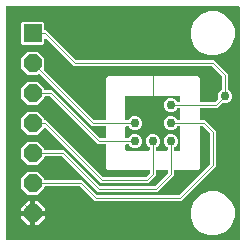
<source format=gbr>
G04 EAGLE Gerber RS-274X export*
G75*
%MOMM*%
%FSLAX34Y34*%
%LPD*%
%INBottom Copper*%
%IPPOS*%
%AMOC8*
5,1,8,0,0,1.08239X$1,22.5*%
G01*
%ADD10R,1.524000X1.524000*%
%ADD11P,1.649562X8X22.500000*%
%ADD12C,0.101600*%
%ADD13C,0.762000*%
%ADD14C,0.050800*%

G36*
X199702Y2549D02*
X199702Y2549D01*
X199760Y2547D01*
X199842Y2569D01*
X199926Y2581D01*
X199979Y2604D01*
X200035Y2619D01*
X200108Y2662D01*
X200185Y2697D01*
X200230Y2735D01*
X200280Y2764D01*
X200338Y2826D01*
X200402Y2880D01*
X200434Y2929D01*
X200474Y2972D01*
X200513Y3047D01*
X200560Y3117D01*
X200577Y3173D01*
X200604Y3225D01*
X200615Y3293D01*
X200645Y3388D01*
X200648Y3488D01*
X200659Y3556D01*
X200659Y199644D01*
X200651Y199702D01*
X200653Y199760D01*
X200631Y199842D01*
X200619Y199926D01*
X200596Y199979D01*
X200581Y200035D01*
X200538Y200108D01*
X200503Y200185D01*
X200465Y200230D01*
X200436Y200280D01*
X200374Y200338D01*
X200320Y200402D01*
X200271Y200434D01*
X200228Y200474D01*
X200153Y200513D01*
X200083Y200560D01*
X200027Y200577D01*
X199975Y200604D01*
X199907Y200615D01*
X199812Y200645D01*
X199712Y200648D01*
X199644Y200659D01*
X3556Y200659D01*
X3498Y200651D01*
X3440Y200653D01*
X3358Y200631D01*
X3274Y200619D01*
X3221Y200596D01*
X3165Y200581D01*
X3092Y200538D01*
X3015Y200503D01*
X2970Y200465D01*
X2920Y200436D01*
X2862Y200374D01*
X2798Y200320D01*
X2766Y200271D01*
X2726Y200228D01*
X2687Y200153D01*
X2640Y200083D01*
X2623Y200027D01*
X2596Y199975D01*
X2585Y199907D01*
X2555Y199812D01*
X2552Y199712D01*
X2541Y199644D01*
X2541Y3556D01*
X2549Y3498D01*
X2547Y3440D01*
X2569Y3358D01*
X2581Y3274D01*
X2604Y3221D01*
X2619Y3165D01*
X2662Y3092D01*
X2697Y3015D01*
X2735Y2970D01*
X2764Y2920D01*
X2826Y2862D01*
X2880Y2798D01*
X2929Y2766D01*
X2972Y2726D01*
X3047Y2687D01*
X3117Y2640D01*
X3173Y2623D01*
X3225Y2596D01*
X3293Y2585D01*
X3388Y2555D01*
X3488Y2552D01*
X3556Y2541D01*
X199644Y2541D01*
X199702Y2549D01*
G37*
%LPC*%
G36*
X77688Y35559D02*
X77688Y35559D01*
X65285Y47962D01*
X65215Y48014D01*
X65151Y48074D01*
X65102Y48100D01*
X65058Y48133D01*
X64976Y48164D01*
X64898Y48204D01*
X64851Y48212D01*
X64792Y48234D01*
X64644Y48246D01*
X64567Y48259D01*
X36068Y48259D01*
X36010Y48251D01*
X35952Y48253D01*
X35870Y48231D01*
X35786Y48219D01*
X35733Y48196D01*
X35677Y48181D01*
X35604Y48138D01*
X35527Y48103D01*
X35482Y48065D01*
X35432Y48036D01*
X35374Y47974D01*
X35310Y47920D01*
X35278Y47871D01*
X35238Y47828D01*
X35199Y47753D01*
X35152Y47683D01*
X35135Y47627D01*
X35108Y47575D01*
X35097Y47507D01*
X35067Y47412D01*
X35064Y47312D01*
X35053Y47244D01*
X35053Y46802D01*
X29398Y41147D01*
X21402Y41147D01*
X15747Y46802D01*
X15747Y54798D01*
X21402Y60453D01*
X29398Y60453D01*
X35053Y54798D01*
X35053Y54356D01*
X35061Y54298D01*
X35059Y54240D01*
X35081Y54158D01*
X35093Y54074D01*
X35116Y54021D01*
X35131Y53965D01*
X35174Y53892D01*
X35209Y53815D01*
X35247Y53770D01*
X35276Y53720D01*
X35338Y53662D01*
X35392Y53598D01*
X35441Y53566D01*
X35484Y53526D01*
X35559Y53487D01*
X35629Y53440D01*
X35685Y53423D01*
X35737Y53396D01*
X35805Y53385D01*
X35900Y53355D01*
X36000Y53352D01*
X36068Y53341D01*
X67092Y53341D01*
X79495Y40938D01*
X79565Y40886D01*
X79629Y40826D01*
X79678Y40800D01*
X79722Y40767D01*
X79804Y40736D01*
X79882Y40696D01*
X79929Y40688D01*
X79988Y40666D01*
X80136Y40654D01*
X80213Y40641D01*
X148387Y40641D01*
X148474Y40653D01*
X148561Y40656D01*
X148614Y40673D01*
X148669Y40681D01*
X148748Y40716D01*
X148832Y40743D01*
X148871Y40771D01*
X148928Y40797D01*
X149041Y40893D01*
X149105Y40938D01*
X174962Y66795D01*
X174987Y66829D01*
X175002Y66841D01*
X175026Y66877D01*
X175074Y66929D01*
X175100Y66978D01*
X175133Y67022D01*
X175147Y67058D01*
X175160Y67078D01*
X175174Y67124D01*
X175204Y67182D01*
X175212Y67229D01*
X175234Y67288D01*
X175237Y67322D01*
X175245Y67349D01*
X175248Y67444D01*
X175259Y67513D01*
X175259Y92507D01*
X175247Y92594D01*
X175244Y92681D01*
X175227Y92734D01*
X175219Y92789D01*
X175184Y92868D01*
X175157Y92952D01*
X175129Y92991D01*
X175103Y93048D01*
X175007Y93161D01*
X174962Y93225D01*
X169425Y98762D01*
X169355Y98814D01*
X169291Y98874D01*
X169242Y98900D01*
X169198Y98933D01*
X169116Y98964D01*
X169038Y99004D01*
X168991Y99012D01*
X168932Y99034D01*
X168784Y99046D01*
X168707Y99059D01*
X167513Y99059D01*
X167455Y99051D01*
X167397Y99053D01*
X167315Y99031D01*
X167231Y99019D01*
X167178Y98996D01*
X167122Y98981D01*
X167049Y98938D01*
X166972Y98903D01*
X166927Y98865D01*
X166877Y98836D01*
X166819Y98774D01*
X166755Y98720D01*
X166723Y98671D01*
X166683Y98628D01*
X166644Y98553D01*
X166597Y98483D01*
X166580Y98427D01*
X166553Y98375D01*
X166542Y98307D01*
X166512Y98212D01*
X166509Y98112D01*
X166498Y98044D01*
X166498Y63293D01*
X165307Y62102D01*
X151143Y62102D01*
X151137Y62103D01*
X145796Y62103D01*
X145738Y62095D01*
X145680Y62097D01*
X145598Y62075D01*
X145514Y62063D01*
X145461Y62040D01*
X145405Y62025D01*
X145332Y61982D01*
X145255Y61947D01*
X145210Y61909D01*
X145160Y61880D01*
X145102Y61818D01*
X145038Y61764D01*
X145006Y61715D01*
X144966Y61672D01*
X144927Y61597D01*
X144880Y61527D01*
X144863Y61471D01*
X144836Y61419D01*
X144825Y61351D01*
X144795Y61256D01*
X144792Y61156D01*
X144781Y61088D01*
X144781Y57368D01*
X130592Y43179D01*
X80228Y43179D01*
X50045Y73362D01*
X49975Y73414D01*
X49911Y73474D01*
X49862Y73500D01*
X49818Y73533D01*
X49736Y73564D01*
X49658Y73604D01*
X49611Y73612D01*
X49552Y73634D01*
X49404Y73646D01*
X49327Y73659D01*
X36068Y73659D01*
X36010Y73651D01*
X35952Y73653D01*
X35870Y73631D01*
X35786Y73619D01*
X35733Y73596D01*
X35677Y73581D01*
X35604Y73538D01*
X35527Y73503D01*
X35482Y73465D01*
X35432Y73436D01*
X35374Y73374D01*
X35310Y73320D01*
X35278Y73271D01*
X35238Y73228D01*
X35199Y73153D01*
X35152Y73083D01*
X35135Y73027D01*
X35108Y72975D01*
X35097Y72907D01*
X35067Y72812D01*
X35064Y72712D01*
X35053Y72644D01*
X35053Y72202D01*
X29398Y66547D01*
X21402Y66547D01*
X15747Y72202D01*
X15747Y80198D01*
X21402Y85853D01*
X29398Y85853D01*
X35053Y80198D01*
X35053Y79756D01*
X35061Y79698D01*
X35059Y79640D01*
X35081Y79558D01*
X35093Y79474D01*
X35116Y79421D01*
X35131Y79365D01*
X35174Y79292D01*
X35209Y79215D01*
X35247Y79170D01*
X35276Y79120D01*
X35338Y79062D01*
X35392Y78998D01*
X35441Y78966D01*
X35484Y78926D01*
X35559Y78887D01*
X35629Y78840D01*
X35685Y78823D01*
X35737Y78796D01*
X35805Y78785D01*
X35900Y78755D01*
X36000Y78752D01*
X36068Y78741D01*
X51852Y78741D01*
X82035Y48558D01*
X82105Y48506D01*
X82169Y48446D01*
X82218Y48420D01*
X82262Y48387D01*
X82344Y48356D01*
X82422Y48316D01*
X82469Y48308D01*
X82528Y48286D01*
X82676Y48274D01*
X82753Y48261D01*
X128067Y48261D01*
X128154Y48273D01*
X128241Y48276D01*
X128294Y48293D01*
X128349Y48301D01*
X128428Y48336D01*
X128512Y48363D01*
X128551Y48391D01*
X128608Y48417D01*
X128721Y48513D01*
X128785Y48558D01*
X139402Y59175D01*
X139454Y59245D01*
X139514Y59309D01*
X139540Y59358D01*
X139573Y59402D01*
X139604Y59484D01*
X139644Y59562D01*
X139652Y59609D01*
X139674Y59668D01*
X139686Y59816D01*
X139699Y59893D01*
X139699Y61088D01*
X139691Y61146D01*
X139693Y61204D01*
X139671Y61286D01*
X139659Y61370D01*
X139636Y61423D01*
X139621Y61479D01*
X139578Y61552D01*
X139543Y61629D01*
X139505Y61674D01*
X139476Y61724D01*
X139414Y61782D01*
X139360Y61846D01*
X139311Y61878D01*
X139268Y61918D01*
X139193Y61957D01*
X139123Y62004D01*
X139067Y62021D01*
X139015Y62048D01*
X138947Y62059D01*
X138852Y62089D01*
X138752Y62092D01*
X138684Y62103D01*
X130556Y62103D01*
X130498Y62095D01*
X130440Y62097D01*
X130358Y62075D01*
X130274Y62063D01*
X130221Y62040D01*
X130165Y62025D01*
X130092Y61982D01*
X130015Y61947D01*
X129970Y61909D01*
X129920Y61880D01*
X129862Y61818D01*
X129798Y61764D01*
X129766Y61715D01*
X129726Y61672D01*
X129687Y61597D01*
X129640Y61527D01*
X129623Y61471D01*
X129596Y61419D01*
X129585Y61351D01*
X129555Y61256D01*
X129552Y61156D01*
X129541Y61088D01*
X129541Y57368D01*
X122972Y50799D01*
X82768Y50799D01*
X36227Y97340D01*
X36180Y97375D01*
X36140Y97418D01*
X36067Y97460D01*
X36000Y97511D01*
X35945Y97532D01*
X35895Y97561D01*
X35813Y97582D01*
X35734Y97612D01*
X35676Y97617D01*
X35619Y97631D01*
X35535Y97629D01*
X35451Y97636D01*
X35393Y97624D01*
X35335Y97622D01*
X35255Y97596D01*
X35172Y97580D01*
X35120Y97553D01*
X35064Y97535D01*
X35008Y97495D01*
X34920Y97449D01*
X34847Y97380D01*
X34791Y97340D01*
X29398Y91947D01*
X21402Y91947D01*
X15747Y97602D01*
X15747Y105598D01*
X21402Y111253D01*
X29398Y111253D01*
X35053Y105598D01*
X35053Y105156D01*
X35061Y105098D01*
X35059Y105040D01*
X35081Y104958D01*
X35093Y104874D01*
X35116Y104821D01*
X35131Y104765D01*
X35174Y104692D01*
X35209Y104615D01*
X35247Y104570D01*
X35276Y104520D01*
X35338Y104462D01*
X35392Y104398D01*
X35441Y104366D01*
X35484Y104326D01*
X35559Y104287D01*
X35629Y104240D01*
X35685Y104223D01*
X35737Y104196D01*
X35805Y104185D01*
X35900Y104155D01*
X36000Y104152D01*
X36068Y104141D01*
X36612Y104141D01*
X84575Y56178D01*
X84645Y56126D01*
X84709Y56066D01*
X84758Y56040D01*
X84802Y56007D01*
X84884Y55976D01*
X84962Y55936D01*
X85009Y55928D01*
X85068Y55906D01*
X85216Y55894D01*
X85293Y55881D01*
X120447Y55881D01*
X120534Y55893D01*
X120621Y55896D01*
X120674Y55913D01*
X120729Y55921D01*
X120808Y55956D01*
X120892Y55983D01*
X120931Y56011D01*
X120988Y56037D01*
X121101Y56133D01*
X121165Y56178D01*
X124162Y59175D01*
X124214Y59245D01*
X124274Y59309D01*
X124300Y59358D01*
X124333Y59402D01*
X124364Y59484D01*
X124404Y59562D01*
X124412Y59609D01*
X124434Y59668D01*
X124446Y59816D01*
X124459Y59893D01*
X124459Y61088D01*
X124451Y61146D01*
X124453Y61204D01*
X124431Y61286D01*
X124419Y61370D01*
X124396Y61423D01*
X124381Y61479D01*
X124338Y61552D01*
X124303Y61629D01*
X124265Y61674D01*
X124236Y61724D01*
X124174Y61782D01*
X124120Y61846D01*
X124071Y61878D01*
X124028Y61918D01*
X123953Y61957D01*
X123883Y62004D01*
X123827Y62021D01*
X123775Y62048D01*
X123707Y62059D01*
X123612Y62089D01*
X123512Y62092D01*
X123444Y62103D01*
X102864Y62103D01*
X102856Y62102D01*
X88694Y62102D01*
X87502Y63294D01*
X87502Y77458D01*
X87503Y77464D01*
X87503Y82804D01*
X87496Y82853D01*
X87497Y82862D01*
X87495Y82867D01*
X87497Y82920D01*
X87475Y83002D01*
X87463Y83086D01*
X87440Y83139D01*
X87425Y83195D01*
X87382Y83268D01*
X87347Y83345D01*
X87309Y83390D01*
X87280Y83440D01*
X87218Y83498D01*
X87164Y83562D01*
X87115Y83594D01*
X87072Y83634D01*
X86997Y83673D01*
X86927Y83720D01*
X86871Y83737D01*
X86819Y83764D01*
X86751Y83775D01*
X86656Y83805D01*
X86556Y83808D01*
X86488Y83819D01*
X80228Y83819D01*
X39885Y124162D01*
X39815Y124214D01*
X39751Y124274D01*
X39702Y124300D01*
X39658Y124333D01*
X39576Y124364D01*
X39498Y124404D01*
X39451Y124412D01*
X39392Y124434D01*
X39244Y124446D01*
X39167Y124459D01*
X36068Y124459D01*
X36010Y124451D01*
X35952Y124453D01*
X35870Y124431D01*
X35786Y124419D01*
X35733Y124396D01*
X35677Y124381D01*
X35604Y124338D01*
X35527Y124303D01*
X35482Y124265D01*
X35432Y124236D01*
X35374Y124174D01*
X35310Y124120D01*
X35278Y124071D01*
X35238Y124028D01*
X35199Y123953D01*
X35152Y123883D01*
X35135Y123827D01*
X35108Y123775D01*
X35097Y123707D01*
X35067Y123612D01*
X35064Y123512D01*
X35053Y123444D01*
X35053Y123002D01*
X29398Y117347D01*
X21402Y117347D01*
X15747Y123002D01*
X15747Y130998D01*
X21402Y136653D01*
X29398Y136653D01*
X35053Y130998D01*
X35053Y130556D01*
X35061Y130498D01*
X35059Y130440D01*
X35081Y130358D01*
X35093Y130274D01*
X35116Y130221D01*
X35131Y130165D01*
X35174Y130092D01*
X35209Y130015D01*
X35247Y129970D01*
X35276Y129920D01*
X35338Y129862D01*
X35392Y129798D01*
X35441Y129766D01*
X35484Y129726D01*
X35559Y129687D01*
X35629Y129640D01*
X35685Y129623D01*
X35737Y129596D01*
X35805Y129585D01*
X35900Y129555D01*
X36000Y129552D01*
X36068Y129541D01*
X41692Y129541D01*
X82035Y89198D01*
X82105Y89146D01*
X82169Y89086D01*
X82218Y89060D01*
X82262Y89027D01*
X82344Y88996D01*
X82422Y88956D01*
X82469Y88948D01*
X82528Y88926D01*
X82676Y88914D01*
X82753Y88901D01*
X86488Y88901D01*
X86546Y88909D01*
X86604Y88907D01*
X86686Y88929D01*
X86770Y88941D01*
X86823Y88964D01*
X86879Y88979D01*
X86952Y89022D01*
X87029Y89057D01*
X87074Y89095D01*
X87124Y89124D01*
X87182Y89186D01*
X87246Y89240D01*
X87278Y89289D01*
X87318Y89332D01*
X87357Y89407D01*
X87404Y89477D01*
X87421Y89533D01*
X87448Y89585D01*
X87459Y89653D01*
X87489Y89748D01*
X87492Y89848D01*
X87503Y89916D01*
X87503Y98044D01*
X87495Y98102D01*
X87497Y98160D01*
X87475Y98242D01*
X87463Y98326D01*
X87440Y98379D01*
X87425Y98435D01*
X87382Y98508D01*
X87347Y98585D01*
X87309Y98630D01*
X87280Y98680D01*
X87218Y98738D01*
X87164Y98802D01*
X87115Y98834D01*
X87072Y98874D01*
X86997Y98913D01*
X86927Y98960D01*
X86871Y98977D01*
X86819Y99004D01*
X86751Y99015D01*
X86656Y99045D01*
X86556Y99048D01*
X86488Y99059D01*
X75148Y99059D01*
X31147Y143060D01*
X31100Y143095D01*
X31060Y143138D01*
X30987Y143180D01*
X30920Y143231D01*
X30865Y143252D01*
X30815Y143281D01*
X30733Y143302D01*
X30654Y143332D01*
X30596Y143337D01*
X30539Y143351D01*
X30455Y143349D01*
X30371Y143356D01*
X30313Y143344D01*
X30255Y143342D01*
X30175Y143316D01*
X30092Y143300D01*
X30040Y143273D01*
X29984Y143255D01*
X29928Y143215D01*
X29840Y143169D01*
X29767Y143100D01*
X29711Y143060D01*
X29398Y142747D01*
X21402Y142747D01*
X15747Y148402D01*
X15747Y156398D01*
X21402Y162053D01*
X29398Y162053D01*
X35053Y156398D01*
X35053Y148402D01*
X34740Y148089D01*
X34705Y148042D01*
X34662Y148002D01*
X34620Y147929D01*
X34569Y147862D01*
X34548Y147807D01*
X34519Y147757D01*
X34498Y147675D01*
X34468Y147596D01*
X34463Y147538D01*
X34449Y147481D01*
X34451Y147397D01*
X34444Y147313D01*
X34456Y147256D01*
X34458Y147197D01*
X34484Y147117D01*
X34500Y147034D01*
X34527Y146982D01*
X34545Y146927D01*
X34585Y146870D01*
X34631Y146782D01*
X34700Y146709D01*
X34740Y146653D01*
X76955Y104438D01*
X77025Y104386D01*
X77089Y104326D01*
X77138Y104300D01*
X77182Y104267D01*
X77264Y104236D01*
X77342Y104196D01*
X77389Y104188D01*
X77448Y104166D01*
X77596Y104154D01*
X77673Y104141D01*
X86488Y104141D01*
X86546Y104149D01*
X86604Y104147D01*
X86686Y104169D01*
X86770Y104181D01*
X86823Y104204D01*
X86879Y104219D01*
X86952Y104262D01*
X87029Y104297D01*
X87074Y104335D01*
X87124Y104364D01*
X87182Y104426D01*
X87246Y104480D01*
X87278Y104529D01*
X87318Y104572D01*
X87357Y104647D01*
X87404Y104717D01*
X87421Y104773D01*
X87448Y104825D01*
X87459Y104893D01*
X87489Y104988D01*
X87492Y105088D01*
X87503Y105156D01*
X87503Y125737D01*
X87502Y125745D01*
X87502Y139907D01*
X88693Y141098D01*
X165307Y141098D01*
X166498Y139907D01*
X166498Y120396D01*
X166506Y120338D01*
X166504Y120280D01*
X166526Y120198D01*
X166538Y120114D01*
X166561Y120061D01*
X166576Y120005D01*
X166619Y119932D01*
X166654Y119855D01*
X166692Y119810D01*
X166721Y119760D01*
X166783Y119702D01*
X166837Y119638D01*
X166886Y119606D01*
X166929Y119566D01*
X167004Y119527D01*
X167074Y119480D01*
X167130Y119463D01*
X167182Y119436D01*
X167250Y119425D01*
X167345Y119395D01*
X167445Y119392D01*
X167513Y119381D01*
X178867Y119381D01*
X178954Y119393D01*
X179041Y119396D01*
X179094Y119413D01*
X179149Y119421D01*
X179228Y119456D01*
X179312Y119483D01*
X179351Y119511D01*
X179408Y119537D01*
X179521Y119633D01*
X179585Y119678D01*
X181956Y122049D01*
X181957Y122051D01*
X181958Y122051D01*
X182036Y122155D01*
X182127Y122276D01*
X182128Y122278D01*
X182129Y122279D01*
X182177Y122407D01*
X182228Y122542D01*
X182228Y122544D01*
X182229Y122545D01*
X182240Y122680D01*
X182252Y122825D01*
X182251Y122827D01*
X182252Y122829D01*
X182248Y122844D01*
X182196Y123104D01*
X182182Y123131D01*
X182176Y123156D01*
X182117Y123298D01*
X182117Y125622D01*
X183007Y127770D01*
X184650Y129413D01*
X184792Y129472D01*
X184794Y129473D01*
X184795Y129473D01*
X184909Y129541D01*
X185037Y129617D01*
X185038Y129618D01*
X185040Y129619D01*
X185135Y129720D01*
X185233Y129823D01*
X185233Y129825D01*
X185234Y129826D01*
X185297Y129948D01*
X185363Y130076D01*
X185363Y130078D01*
X185364Y130079D01*
X185366Y130094D01*
X185418Y130355D01*
X185415Y130385D01*
X185419Y130410D01*
X185419Y140767D01*
X185407Y140854D01*
X185404Y140941D01*
X185387Y140994D01*
X185379Y141049D01*
X185344Y141128D01*
X185317Y141212D01*
X185289Y141251D01*
X185263Y141308D01*
X185167Y141421D01*
X185122Y141485D01*
X177045Y149562D01*
X176975Y149614D01*
X176911Y149674D01*
X176862Y149700D01*
X176818Y149733D01*
X176736Y149764D01*
X176658Y149804D01*
X176611Y149812D01*
X176552Y149834D01*
X176404Y149846D01*
X176327Y149859D01*
X59908Y149859D01*
X36786Y172981D01*
X36762Y172999D01*
X36743Y173021D01*
X36649Y173084D01*
X36559Y173152D01*
X36531Y173162D01*
X36507Y173179D01*
X36399Y173213D01*
X36293Y173253D01*
X36264Y173256D01*
X36236Y173264D01*
X36122Y173267D01*
X36010Y173277D01*
X35981Y173271D01*
X35952Y173272D01*
X35842Y173243D01*
X35731Y173221D01*
X35705Y173207D01*
X35677Y173200D01*
X35579Y173142D01*
X35479Y173090D01*
X35457Y173070D01*
X35432Y173055D01*
X35355Y172972D01*
X35273Y172894D01*
X35258Y172869D01*
X35238Y172847D01*
X35186Y172746D01*
X35129Y172649D01*
X35122Y172620D01*
X35108Y172594D01*
X35095Y172517D01*
X35059Y172373D01*
X35061Y172311D01*
X35053Y172263D01*
X35053Y169338D01*
X33862Y168147D01*
X16938Y168147D01*
X15747Y169338D01*
X15747Y186262D01*
X16938Y187453D01*
X33862Y187453D01*
X35053Y186262D01*
X35053Y181356D01*
X35061Y181298D01*
X35059Y181240D01*
X35081Y181158D01*
X35093Y181074D01*
X35116Y181021D01*
X35131Y180965D01*
X35174Y180892D01*
X35209Y180815D01*
X35247Y180770D01*
X35276Y180720D01*
X35338Y180662D01*
X35392Y180598D01*
X35441Y180566D01*
X35484Y180526D01*
X35559Y180487D01*
X35629Y180440D01*
X35685Y180423D01*
X35737Y180396D01*
X35805Y180385D01*
X35900Y180355D01*
X36000Y180352D01*
X36068Y180341D01*
X36612Y180341D01*
X38398Y178555D01*
X61715Y155238D01*
X61785Y155186D01*
X61849Y155126D01*
X61898Y155100D01*
X61942Y155067D01*
X62024Y155036D01*
X62102Y154996D01*
X62149Y154988D01*
X62208Y154966D01*
X62356Y154954D01*
X62433Y154941D01*
X178852Y154941D01*
X190501Y143292D01*
X190501Y130410D01*
X190501Y130409D01*
X190501Y130407D01*
X190508Y130358D01*
X190507Y130346D01*
X190512Y130328D01*
X190521Y130266D01*
X190541Y130129D01*
X190541Y130127D01*
X190541Y130126D01*
X190600Y129995D01*
X190657Y129869D01*
X190658Y129868D01*
X190659Y129866D01*
X190752Y129757D01*
X190840Y129652D01*
X190842Y129651D01*
X190843Y129650D01*
X190856Y129642D01*
X191077Y129495D01*
X191106Y129485D01*
X191128Y129472D01*
X191270Y129413D01*
X192913Y127770D01*
X193803Y125622D01*
X193803Y123298D01*
X192913Y121150D01*
X191270Y119507D01*
X189122Y118617D01*
X186798Y118617D01*
X186656Y118676D01*
X186654Y118677D01*
X186653Y118677D01*
X186521Y118711D01*
X186380Y118747D01*
X186379Y118747D01*
X186377Y118747D01*
X186236Y118743D01*
X186096Y118739D01*
X186095Y118738D01*
X186093Y118738D01*
X185962Y118696D01*
X185825Y118652D01*
X185824Y118651D01*
X185823Y118651D01*
X185811Y118643D01*
X185589Y118494D01*
X185570Y118471D01*
X185549Y118456D01*
X181392Y114299D01*
X167513Y114299D01*
X167455Y114291D01*
X167397Y114293D01*
X167315Y114271D01*
X167231Y114259D01*
X167178Y114236D01*
X167122Y114221D01*
X167049Y114178D01*
X166972Y114143D01*
X166927Y114105D01*
X166877Y114076D01*
X166819Y114014D01*
X166755Y113960D01*
X166723Y113911D01*
X166683Y113868D01*
X166644Y113793D01*
X166597Y113723D01*
X166580Y113667D01*
X166553Y113615D01*
X166542Y113547D01*
X166512Y113452D01*
X166509Y113352D01*
X166498Y113284D01*
X166498Y105156D01*
X166506Y105098D01*
X166504Y105040D01*
X166526Y104958D01*
X166538Y104874D01*
X166561Y104821D01*
X166576Y104765D01*
X166619Y104692D01*
X166654Y104615D01*
X166692Y104570D01*
X166721Y104520D01*
X166783Y104462D01*
X166837Y104398D01*
X166886Y104366D01*
X166929Y104326D01*
X167004Y104287D01*
X167074Y104240D01*
X167130Y104223D01*
X167182Y104196D01*
X167250Y104185D01*
X167345Y104155D01*
X167445Y104152D01*
X167513Y104141D01*
X171232Y104141D01*
X180341Y95032D01*
X180341Y64988D01*
X150912Y35559D01*
X77688Y35559D01*
G37*
%LPD*%
G36*
X123502Y78241D02*
X123502Y78241D01*
X123560Y78239D01*
X123642Y78261D01*
X123726Y78273D01*
X123779Y78296D01*
X123835Y78311D01*
X123908Y78354D01*
X123985Y78389D01*
X124030Y78427D01*
X124080Y78456D01*
X124138Y78518D01*
X124202Y78572D01*
X124234Y78621D01*
X124274Y78664D01*
X124313Y78739D01*
X124360Y78809D01*
X124377Y78865D01*
X124404Y78917D01*
X124415Y78985D01*
X124445Y79080D01*
X124448Y79180D01*
X124459Y79248D01*
X124459Y80410D01*
X124459Y80411D01*
X124459Y80413D01*
X124439Y80554D01*
X124419Y80691D01*
X124419Y80693D01*
X124419Y80694D01*
X124360Y80824D01*
X124303Y80951D01*
X124302Y80952D01*
X124301Y80954D01*
X124208Y81063D01*
X124120Y81168D01*
X124118Y81169D01*
X124117Y81170D01*
X124104Y81178D01*
X123883Y81325D01*
X123854Y81335D01*
X123832Y81348D01*
X123690Y81407D01*
X122047Y83050D01*
X121157Y85198D01*
X121157Y87522D01*
X122047Y89670D01*
X123690Y91313D01*
X125838Y92203D01*
X128162Y92203D01*
X130310Y91313D01*
X131953Y89670D01*
X132843Y87522D01*
X132843Y85198D01*
X131953Y83050D01*
X130310Y81407D01*
X130168Y81348D01*
X130166Y81347D01*
X130165Y81347D01*
X130047Y81277D01*
X129923Y81203D01*
X129922Y81202D01*
X129920Y81201D01*
X129825Y81100D01*
X129727Y80997D01*
X129727Y80995D01*
X129726Y80994D01*
X129663Y80871D01*
X129597Y80744D01*
X129597Y80742D01*
X129596Y80741D01*
X129594Y80726D01*
X129542Y80465D01*
X129545Y80435D01*
X129541Y80410D01*
X129541Y79248D01*
X129549Y79190D01*
X129547Y79132D01*
X129569Y79050D01*
X129581Y78966D01*
X129604Y78913D01*
X129619Y78857D01*
X129662Y78784D01*
X129697Y78707D01*
X129735Y78662D01*
X129764Y78612D01*
X129826Y78554D01*
X129880Y78490D01*
X129929Y78458D01*
X129972Y78418D01*
X130047Y78379D01*
X130117Y78332D01*
X130173Y78315D01*
X130225Y78288D01*
X130293Y78277D01*
X130388Y78247D01*
X130488Y78244D01*
X130556Y78233D01*
X138684Y78233D01*
X138742Y78241D01*
X138800Y78239D01*
X138882Y78261D01*
X138966Y78273D01*
X139019Y78296D01*
X139075Y78311D01*
X139148Y78354D01*
X139225Y78389D01*
X139270Y78427D01*
X139320Y78456D01*
X139378Y78518D01*
X139442Y78572D01*
X139474Y78621D01*
X139514Y78664D01*
X139553Y78739D01*
X139600Y78809D01*
X139617Y78865D01*
X139644Y78917D01*
X139655Y78985D01*
X139685Y79080D01*
X139688Y79180D01*
X139699Y79248D01*
X139699Y80410D01*
X139699Y80411D01*
X139699Y80413D01*
X139679Y80554D01*
X139659Y80691D01*
X139659Y80693D01*
X139659Y80694D01*
X139600Y80824D01*
X139543Y80951D01*
X139542Y80952D01*
X139541Y80954D01*
X139448Y81063D01*
X139360Y81168D01*
X139358Y81169D01*
X139357Y81170D01*
X139344Y81178D01*
X139123Y81325D01*
X139094Y81335D01*
X139072Y81348D01*
X138930Y81407D01*
X137287Y83050D01*
X136397Y85198D01*
X136397Y87522D01*
X137287Y89670D01*
X138930Y91313D01*
X141078Y92203D01*
X143402Y92203D01*
X145550Y91313D01*
X147193Y89670D01*
X148083Y87522D01*
X148083Y85198D01*
X147193Y83050D01*
X145550Y81407D01*
X145408Y81348D01*
X145406Y81347D01*
X145405Y81347D01*
X145287Y81277D01*
X145163Y81203D01*
X145162Y81202D01*
X145160Y81201D01*
X145065Y81100D01*
X144967Y80997D01*
X144967Y80995D01*
X144966Y80994D01*
X144903Y80871D01*
X144837Y80744D01*
X144837Y80742D01*
X144836Y80741D01*
X144834Y80726D01*
X144782Y80465D01*
X144785Y80435D01*
X144781Y80410D01*
X144781Y79248D01*
X144789Y79190D01*
X144787Y79132D01*
X144809Y79050D01*
X144821Y78966D01*
X144844Y78913D01*
X144859Y78857D01*
X144902Y78784D01*
X144937Y78707D01*
X144975Y78662D01*
X145004Y78612D01*
X145066Y78554D01*
X145120Y78490D01*
X145169Y78458D01*
X145212Y78418D01*
X145287Y78379D01*
X145357Y78332D01*
X145413Y78315D01*
X145465Y78288D01*
X145533Y78277D01*
X145628Y78247D01*
X145728Y78244D01*
X145796Y78233D01*
X149353Y78233D01*
X149411Y78241D01*
X149469Y78239D01*
X149551Y78261D01*
X149635Y78273D01*
X149688Y78296D01*
X149744Y78311D01*
X149817Y78354D01*
X149894Y78389D01*
X149939Y78427D01*
X149989Y78456D01*
X150047Y78518D01*
X150111Y78572D01*
X150143Y78621D01*
X150183Y78664D01*
X150222Y78739D01*
X150269Y78809D01*
X150286Y78865D01*
X150313Y78917D01*
X150324Y78985D01*
X150354Y79080D01*
X150357Y79180D01*
X150368Y79248D01*
X150368Y98044D01*
X150360Y98102D01*
X150362Y98160D01*
X150340Y98242D01*
X150328Y98326D01*
X150305Y98379D01*
X150290Y98435D01*
X150247Y98508D01*
X150212Y98585D01*
X150174Y98630D01*
X150145Y98680D01*
X150083Y98738D01*
X150029Y98802D01*
X149980Y98834D01*
X149937Y98874D01*
X149862Y98913D01*
X149792Y98960D01*
X149736Y98977D01*
X149684Y99004D01*
X149616Y99015D01*
X149521Y99045D01*
X149421Y99048D01*
X149353Y99059D01*
X148190Y99059D01*
X148189Y99059D01*
X148187Y99059D01*
X148046Y99039D01*
X147909Y99019D01*
X147907Y99019D01*
X147906Y99019D01*
X147775Y98960D01*
X147649Y98903D01*
X147648Y98902D01*
X147646Y98901D01*
X147537Y98808D01*
X147432Y98720D01*
X147431Y98718D01*
X147430Y98717D01*
X147422Y98704D01*
X147275Y98483D01*
X147265Y98454D01*
X147252Y98432D01*
X147193Y98290D01*
X145550Y96647D01*
X143402Y95757D01*
X141078Y95757D01*
X138930Y96647D01*
X137287Y98290D01*
X136397Y100438D01*
X136397Y102762D01*
X137287Y104910D01*
X138930Y106553D01*
X141078Y107443D01*
X143402Y107443D01*
X145550Y106553D01*
X147193Y104910D01*
X147252Y104768D01*
X147253Y104766D01*
X147253Y104765D01*
X147323Y104647D01*
X147397Y104523D01*
X147398Y104522D01*
X147399Y104520D01*
X147500Y104425D01*
X147603Y104327D01*
X147605Y104327D01*
X147606Y104326D01*
X147728Y104263D01*
X147856Y104197D01*
X147858Y104197D01*
X147859Y104196D01*
X147874Y104194D01*
X148135Y104142D01*
X148165Y104145D01*
X148190Y104141D01*
X149353Y104141D01*
X149411Y104149D01*
X149469Y104147D01*
X149551Y104169D01*
X149635Y104181D01*
X149688Y104204D01*
X149744Y104219D01*
X149817Y104262D01*
X149894Y104297D01*
X149939Y104335D01*
X149989Y104364D01*
X150047Y104426D01*
X150111Y104480D01*
X150143Y104529D01*
X150183Y104572D01*
X150222Y104647D01*
X150269Y104717D01*
X150286Y104773D01*
X150313Y104825D01*
X150324Y104893D01*
X150354Y104988D01*
X150357Y105088D01*
X150368Y105156D01*
X150368Y113284D01*
X150360Y113342D01*
X150362Y113400D01*
X150340Y113482D01*
X150328Y113566D01*
X150305Y113619D01*
X150290Y113675D01*
X150247Y113748D01*
X150212Y113825D01*
X150174Y113870D01*
X150145Y113920D01*
X150083Y113978D01*
X150029Y114042D01*
X149980Y114074D01*
X149937Y114114D01*
X149862Y114153D01*
X149792Y114200D01*
X149736Y114217D01*
X149684Y114244D01*
X149616Y114255D01*
X149521Y114285D01*
X149421Y114288D01*
X149353Y114299D01*
X148190Y114299D01*
X148189Y114299D01*
X148187Y114299D01*
X148046Y114279D01*
X147909Y114259D01*
X147907Y114259D01*
X147906Y114259D01*
X147775Y114200D01*
X147649Y114143D01*
X147648Y114142D01*
X147646Y114141D01*
X147537Y114048D01*
X147432Y113960D01*
X147431Y113958D01*
X147430Y113957D01*
X147422Y113944D01*
X147275Y113723D01*
X147265Y113694D01*
X147252Y113672D01*
X147193Y113530D01*
X145550Y111887D01*
X143402Y110997D01*
X141078Y110997D01*
X138930Y111887D01*
X137287Y113530D01*
X136397Y115678D01*
X136397Y118002D01*
X137287Y120150D01*
X138930Y121793D01*
X141078Y122683D01*
X143402Y122683D01*
X145550Y121793D01*
X147193Y120150D01*
X147252Y120008D01*
X147253Y120006D01*
X147253Y120005D01*
X147323Y119887D01*
X147397Y119763D01*
X147398Y119762D01*
X147399Y119760D01*
X147500Y119665D01*
X147603Y119567D01*
X147605Y119567D01*
X147606Y119566D01*
X147728Y119503D01*
X147856Y119437D01*
X147858Y119437D01*
X147859Y119436D01*
X147874Y119434D01*
X148135Y119382D01*
X148165Y119385D01*
X148190Y119381D01*
X149353Y119381D01*
X149411Y119389D01*
X149469Y119387D01*
X149551Y119409D01*
X149635Y119421D01*
X149688Y119444D01*
X149744Y119459D01*
X149817Y119502D01*
X149894Y119537D01*
X149939Y119575D01*
X149989Y119604D01*
X150047Y119666D01*
X150111Y119720D01*
X150143Y119769D01*
X150183Y119812D01*
X150222Y119887D01*
X150269Y119957D01*
X150286Y120013D01*
X150313Y120065D01*
X150324Y120133D01*
X150354Y120228D01*
X150357Y120328D01*
X150368Y120396D01*
X150368Y123953D01*
X150360Y124011D01*
X150362Y124069D01*
X150340Y124151D01*
X150328Y124235D01*
X150305Y124288D01*
X150290Y124344D01*
X150247Y124417D01*
X150212Y124494D01*
X150174Y124539D01*
X150145Y124589D01*
X150083Y124647D01*
X150029Y124711D01*
X149980Y124743D01*
X149937Y124783D01*
X149862Y124822D01*
X149792Y124869D01*
X149736Y124886D01*
X149684Y124913D01*
X149616Y124924D01*
X149521Y124954D01*
X149421Y124957D01*
X149353Y124968D01*
X104648Y124968D01*
X104590Y124960D01*
X104532Y124962D01*
X104450Y124940D01*
X104366Y124928D01*
X104313Y124905D01*
X104257Y124890D01*
X104184Y124847D01*
X104107Y124812D01*
X104062Y124774D01*
X104012Y124745D01*
X103954Y124683D01*
X103890Y124629D01*
X103858Y124580D01*
X103818Y124537D01*
X103779Y124462D01*
X103732Y124392D01*
X103715Y124336D01*
X103688Y124284D01*
X103677Y124216D01*
X103647Y124121D01*
X103644Y124021D01*
X103633Y123953D01*
X103633Y105156D01*
X103641Y105098D01*
X103639Y105040D01*
X103661Y104958D01*
X103673Y104874D01*
X103696Y104821D01*
X103711Y104765D01*
X103754Y104692D01*
X103789Y104615D01*
X103827Y104570D01*
X103856Y104520D01*
X103918Y104462D01*
X103972Y104398D01*
X104021Y104366D01*
X104064Y104326D01*
X104139Y104287D01*
X104209Y104240D01*
X104265Y104223D01*
X104317Y104196D01*
X104385Y104185D01*
X104480Y104155D01*
X104580Y104152D01*
X104648Y104141D01*
X105810Y104141D01*
X105811Y104141D01*
X105813Y104141D01*
X105954Y104161D01*
X106091Y104181D01*
X106093Y104181D01*
X106094Y104181D01*
X106224Y104240D01*
X106351Y104297D01*
X106352Y104298D01*
X106354Y104299D01*
X106463Y104392D01*
X106568Y104480D01*
X106569Y104482D01*
X106570Y104483D01*
X106578Y104496D01*
X106725Y104717D01*
X106735Y104746D01*
X106748Y104768D01*
X106807Y104910D01*
X108450Y106553D01*
X110598Y107443D01*
X112922Y107443D01*
X115070Y106553D01*
X116713Y104910D01*
X117603Y102762D01*
X117603Y100438D01*
X116713Y98290D01*
X115070Y96647D01*
X112922Y95757D01*
X110598Y95757D01*
X108450Y96647D01*
X106807Y98290D01*
X106748Y98432D01*
X106747Y98434D01*
X106747Y98435D01*
X106678Y98551D01*
X106603Y98677D01*
X106602Y98678D01*
X106601Y98680D01*
X106500Y98775D01*
X106397Y98873D01*
X106395Y98873D01*
X106394Y98874D01*
X106272Y98937D01*
X106144Y99003D01*
X106142Y99003D01*
X106141Y99004D01*
X106126Y99006D01*
X105865Y99058D01*
X105835Y99055D01*
X105810Y99059D01*
X104648Y99059D01*
X104590Y99051D01*
X104532Y99053D01*
X104450Y99031D01*
X104366Y99019D01*
X104313Y98996D01*
X104257Y98981D01*
X104184Y98938D01*
X104107Y98903D01*
X104062Y98865D01*
X104012Y98836D01*
X103954Y98774D01*
X103890Y98720D01*
X103858Y98671D01*
X103818Y98628D01*
X103779Y98553D01*
X103732Y98483D01*
X103715Y98427D01*
X103688Y98375D01*
X103677Y98307D01*
X103647Y98212D01*
X103644Y98112D01*
X103633Y98044D01*
X103633Y89916D01*
X103641Y89858D01*
X103639Y89800D01*
X103661Y89718D01*
X103673Y89634D01*
X103696Y89581D01*
X103711Y89525D01*
X103754Y89452D01*
X103789Y89375D01*
X103827Y89330D01*
X103856Y89280D01*
X103918Y89222D01*
X103972Y89158D01*
X104021Y89126D01*
X104064Y89086D01*
X104139Y89047D01*
X104209Y89000D01*
X104265Y88983D01*
X104317Y88956D01*
X104385Y88945D01*
X104480Y88915D01*
X104580Y88912D01*
X104648Y88901D01*
X105810Y88901D01*
X105811Y88901D01*
X105813Y88901D01*
X105954Y88921D01*
X106091Y88941D01*
X106093Y88941D01*
X106094Y88941D01*
X106224Y89000D01*
X106351Y89057D01*
X106352Y89058D01*
X106354Y89059D01*
X106463Y89152D01*
X106568Y89240D01*
X106569Y89242D01*
X106570Y89243D01*
X106578Y89256D01*
X106725Y89477D01*
X106735Y89506D01*
X106748Y89528D01*
X106807Y89670D01*
X108450Y91313D01*
X110598Y92203D01*
X112922Y92203D01*
X115070Y91313D01*
X116713Y89670D01*
X117603Y87522D01*
X117603Y85198D01*
X116713Y83050D01*
X115070Y81407D01*
X112922Y80517D01*
X110598Y80517D01*
X108450Y81407D01*
X106807Y83050D01*
X106748Y83192D01*
X106747Y83194D01*
X106747Y83195D01*
X106677Y83313D01*
X106603Y83437D01*
X106602Y83438D01*
X106601Y83440D01*
X106500Y83535D01*
X106397Y83633D01*
X106395Y83633D01*
X106394Y83634D01*
X106272Y83697D01*
X106144Y83763D01*
X106142Y83763D01*
X106141Y83764D01*
X106126Y83766D01*
X105865Y83818D01*
X105835Y83815D01*
X105810Y83819D01*
X104648Y83819D01*
X104590Y83811D01*
X104532Y83813D01*
X104450Y83791D01*
X104366Y83779D01*
X104313Y83756D01*
X104257Y83741D01*
X104184Y83698D01*
X104107Y83663D01*
X104062Y83625D01*
X104012Y83596D01*
X103954Y83534D01*
X103890Y83480D01*
X103858Y83431D01*
X103818Y83388D01*
X103779Y83313D01*
X103732Y83243D01*
X103715Y83187D01*
X103688Y83135D01*
X103677Y83067D01*
X103647Y82972D01*
X103644Y82872D01*
X103633Y82804D01*
X103633Y79248D01*
X103641Y79190D01*
X103639Y79132D01*
X103661Y79050D01*
X103673Y78966D01*
X103696Y78913D01*
X103711Y78857D01*
X103754Y78784D01*
X103789Y78707D01*
X103827Y78662D01*
X103856Y78612D01*
X103918Y78554D01*
X103972Y78490D01*
X104021Y78458D01*
X104064Y78418D01*
X104139Y78379D01*
X104209Y78332D01*
X104265Y78315D01*
X104317Y78288D01*
X104385Y78277D01*
X104480Y78247D01*
X104580Y78244D01*
X104648Y78233D01*
X123444Y78233D01*
X123502Y78241D01*
G37*
%LPC*%
G36*
X174112Y159259D02*
X174112Y159259D01*
X167297Y162082D01*
X162082Y167297D01*
X159259Y174112D01*
X159259Y181488D01*
X162082Y188303D01*
X167297Y193518D01*
X174112Y196341D01*
X181488Y196341D01*
X188303Y193518D01*
X193518Y188303D01*
X196341Y181488D01*
X196341Y174112D01*
X193518Y167297D01*
X188303Y162082D01*
X181488Y159259D01*
X174112Y159259D01*
G37*
%LPD*%
%LPC*%
G36*
X174112Y6859D02*
X174112Y6859D01*
X167297Y9682D01*
X162082Y14897D01*
X159259Y21712D01*
X159259Y29088D01*
X162082Y35903D01*
X167297Y41118D01*
X174112Y43941D01*
X181488Y43941D01*
X188303Y41118D01*
X193518Y35903D01*
X196341Y29088D01*
X196341Y21712D01*
X193518Y14897D01*
X188303Y9682D01*
X181488Y6859D01*
X174112Y6859D01*
G37*
%LPD*%
%LPC*%
G36*
X27431Y27431D02*
X27431Y27431D01*
X27431Y35561D01*
X29609Y35561D01*
X35561Y29609D01*
X35561Y27431D01*
X27431Y27431D01*
G37*
%LPD*%
%LPC*%
G36*
X15239Y27431D02*
X15239Y27431D01*
X15239Y29609D01*
X21191Y35561D01*
X23369Y35561D01*
X23369Y27431D01*
X15239Y27431D01*
G37*
%LPD*%
%LPC*%
G36*
X27431Y15239D02*
X27431Y15239D01*
X27431Y23369D01*
X35561Y23369D01*
X35561Y21191D01*
X29609Y15239D01*
X27431Y15239D01*
G37*
%LPD*%
%LPC*%
G36*
X21191Y15239D02*
X21191Y15239D01*
X15239Y21191D01*
X15239Y23369D01*
X23369Y23369D01*
X23369Y15239D01*
X21191Y15239D01*
G37*
%LPD*%
%LPC*%
G36*
X25399Y25399D02*
X25399Y25399D01*
X25399Y25401D01*
X25401Y25401D01*
X25401Y25399D01*
X25399Y25399D01*
G37*
%LPD*%
D10*
X25400Y177800D03*
D11*
X25400Y152400D03*
X25400Y127000D03*
X25400Y101600D03*
X25400Y76200D03*
X25400Y50800D03*
X25400Y25400D03*
D12*
X25400Y76200D02*
X50800Y76200D01*
X81280Y45720D01*
X129540Y45720D01*
X142240Y58420D01*
X142240Y86360D01*
D13*
X142240Y86360D03*
D12*
X127000Y86360D02*
X127000Y58420D01*
X121920Y53340D01*
X83820Y53340D01*
X35560Y101600D01*
X25400Y101600D01*
D13*
X127000Y86360D03*
D14*
X124460Y144780D02*
X53340Y144780D01*
X124460Y144780D02*
X127000Y142240D01*
X53340Y144780D02*
X33020Y165100D01*
X15240Y165100D01*
X10160Y160020D01*
X10160Y40640D01*
X25400Y25400D01*
X127000Y116840D02*
X127000Y142240D01*
D13*
X111760Y116840D03*
X127000Y116840D03*
D12*
X142240Y116840D02*
X180340Y116840D01*
X187960Y124460D01*
X187960Y142240D01*
X177800Y152400D01*
X60960Y152400D01*
X35560Y177800D01*
X25400Y177800D01*
D13*
X142240Y116840D03*
X187960Y124460D03*
D12*
X66040Y50800D02*
X25400Y50800D01*
X66040Y50800D02*
X78740Y38100D01*
X149860Y38100D01*
X177800Y66040D01*
X177800Y93980D01*
X170180Y101600D01*
X142240Y101600D01*
D13*
X142240Y101600D03*
D12*
X111760Y86360D02*
X81280Y86360D01*
X40640Y127000D01*
X25400Y127000D01*
D13*
X111760Y86360D03*
D12*
X111760Y101600D02*
X76200Y101600D01*
X25400Y152400D01*
D13*
X111760Y101600D03*
M02*

</source>
